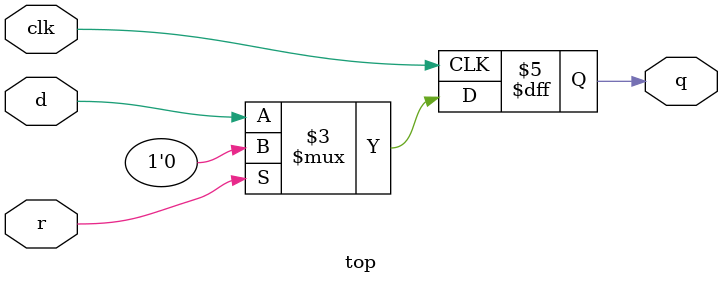
<source format=v>
module top(input clk, input d, input r, output reg q);

always @(posedge clk)
begin
    if(r)
        q <= 1'b0;
    else
        q <= d;
end

endmodule

</source>
